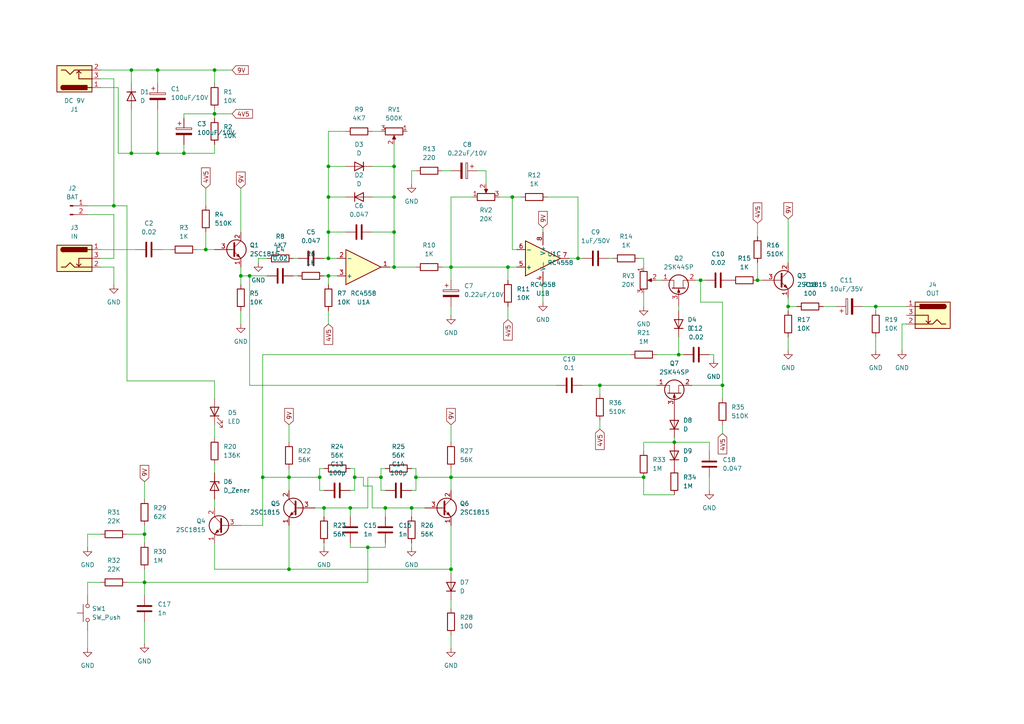
<source format=kicad_sch>
(kicad_sch (version 20230121) (generator eeschema)
  (paper "A4")
  (lib_symbols
    (symbol "Amplifier_Operational:RC4558" (pin_names (offset 0.127))
      (property "Reference" "U" (at 0 5.08 0))
      (property "Value" "RC4558" (at 0 -5.08 0))
      (symbol "RC4558_1_1"
        (polyline (pts (xy -5.08 5.08) (xy 5.08 0) (xy -5.08 -5.08) (xy -5.08 5.08)) (stroke (width 0.254)) (fill (type background)))
        (pin output line (at 7.62 0 180) (length 2.54) (name "~") (number "1"))
        (pin input line (at -7.62 -2.54 0) (length 2.54) (name "-") (number "2"))
        (pin input line (at -7.62 2.54 0) (length 2.54) (name "+") (number "3"))
      )
      (symbol "RC4558_2_1"
        (polyline (pts (xy -5.08 5.08) (xy 5.08 0) (xy -5.08 -5.08) (xy -5.08 5.08)) (stroke (width 0.254)) (fill (type background)))
        (pin input line (at -7.62 2.54 0) (length 2.54) (name "+") (number "5"))
        (pin input line (at -7.62 -2.54 0) (length 2.54) (name "-") (number "6"))
        (pin output line (at 7.62 0 180) (length 2.54) (name "~") (number "7"))
      )
      (symbol "RC4558_3_1"
        (pin power_in line (at -2.54 -7.62 90) (length 3.81) (name "V-") (number "4"))
        (pin power_in line (at -2.54 7.62 270) (length 3.81) (name "V+") (number "8"))
      )
    )
    (symbol "Connector:Barrel_Jack_Switch" (pin_names hide)
      (property "Reference" "J" (at 0 5.334 0))
      (property "Value" "Barrel_Jack_Switch" (at 0 -5.08 0))
      (symbol "Barrel_Jack_Switch_0_1"
        (rectangle (start -5.08 3.81) (end 5.08 -3.81) (stroke (width 0.254)) (fill (type background)))
        (arc (start -3.302 3.175) (mid -3.9343 2.54) (end -3.302 1.905) (stroke (width 0.254)))
        (arc (start -3.302 3.175) (mid -3.9343 2.54) (end -3.302 1.905) (stroke (width 0.254)) (fill (type outline)))
        (polyline (pts (xy 1.27 -2.286) (xy 1.905 -1.651)) (stroke (width 0.254)))
        (polyline (pts (xy 5.08 2.54) (xy 3.81 2.54)) (stroke (width 0.254)))
        (polyline (pts (xy 5.08 0) (xy 1.27 0) (xy 1.27 -2.286) (xy 0.635 -1.651)) (stroke (width 0.254)))
        (polyline (pts (xy -3.81 -2.54) (xy -2.54 -2.54) (xy -1.27 -1.27) (xy 0 -2.54) (xy 2.54 -2.54) (xy 5.08 -2.54)) (stroke (width 0.254)))
        (rectangle (start 3.683 3.175) (end -3.302 1.905) (stroke (width 0.254)) (fill (type outline)))
      )
      (symbol "Barrel_Jack_Switch_1_1"
        (pin passive line (at 7.62 2.54 180) (length 2.54) (name "~") (number "1"))
        (pin passive line (at 7.62 -2.54 180) (length 2.54) (name "~") (number "2"))
        (pin passive line (at 7.62 0 180) (length 2.54) (name "~") (number "3"))
      )
    )
    (symbol "Connector:Conn_01x02_Pin" (pin_names (offset 1.016) hide)
      (property "Reference" "J" (at 0 2.54 0))
      (property "Value" "Conn_01x02_Pin" (at 0 -5.08 0))
      (symbol "Conn_01x02_Pin_1_1"
        (polyline (pts (xy 1.27 -2.54) (xy 0.8636 -2.54)) (stroke (width 0.1524)))
        (polyline (pts (xy 1.27 0) (xy 0.8636 0)) (stroke (width 0.1524)))
        (rectangle (start 0.8636 -2.413) (end 0 -2.667) (stroke (width 0.1524)) (fill (type outline)))
        (rectangle (start 0.8636 0.127) (end 0 -0.127) (stroke (width 0.1524)) (fill (type outline)))
        (pin passive line (at 5.08 0 180) (length 3.81) (name "Pin_1") (number "1"))
        (pin passive line (at 5.08 -2.54 180) (length 3.81) (name "Pin_2") (number "2"))
      )
    )
    (symbol "Device:C" (pin_numbers hide) (pin_names (offset 0.254))
      (property "Reference" "C" (at 0.635 2.54 0))
      (property "Value" "C" (at 0.635 -2.54 0))
      (symbol "C_0_1"
        (polyline (pts (xy -2.032 -0.762) (xy 2.032 -0.762)) (stroke (width 0.508)))
        (polyline (pts (xy -2.032 0.762) (xy 2.032 0.762)) (stroke (width 0.508)))
      )
      (symbol "C_1_1"
        (pin passive line (at 0 3.81 270) (length 2.794) (name "~") (number "1"))
        (pin passive line (at 0 -3.81 90) (length 2.794) (name "~") (number "2"))
      )
    )
    (symbol "Device:C_Polarized" (pin_numbers hide) (pin_names (offset 0.254))
      (property "Reference" "C" (at 0.635 2.54 0))
      (property "Value" "C_Polarized" (at 0.635 -2.54 0))
      (symbol "C_Polarized_0_1"
        (rectangle (start -2.286 0.508) (end 2.286 1.016))
        (polyline (pts (xy -1.778 2.286) (xy -0.762 2.286)))
        (polyline (pts (xy -1.27 2.794) (xy -1.27 1.778)))
        (rectangle (start 2.286 -0.508) (end -2.286 -1.016) (fill (type outline)))
      )
      (symbol "C_Polarized_1_1"
        (pin passive line (at 0 3.81 270) (length 2.794) (name "~") (number "1"))
        (pin passive line (at 0 -3.81 90) (length 2.794) (name "~") (number "2"))
      )
    )
    (symbol "Device:D" (pin_numbers hide) (pin_names (offset 1.016) hide)
      (property "Reference" "D" (at 0 2.54 0))
      (property "Value" "D" (at 0 -2.54 0))
      (symbol "D_0_1"
        (polyline (pts (xy -1.27 1.27) (xy -1.27 -1.27)) (stroke (width 0.254)))
        (polyline (pts (xy 1.27 0) (xy -1.27 0)))
        (polyline (pts (xy 1.27 1.27) (xy 1.27 -1.27) (xy -1.27 0) (xy 1.27 1.27)) (stroke (width 0.254)))
      )
      (symbol "D_1_1"
        (pin passive line (at -3.81 0 0) (length 2.54) (name "K") (number "1"))
        (pin passive line (at 3.81 0 180) (length 2.54) (name "A") (number "2"))
      )
    )
    (symbol "Device:D_Zener" (pin_numbers hide) (pin_names (offset 1.016) hide)
      (property "Reference" "D" (at 0 2.54 0))
      (property "Value" "D_Zener" (at 0 -2.54 0))
      (symbol "D_Zener_0_1"
        (polyline (pts (xy 1.27 0) (xy -1.27 0)))
        (polyline (pts (xy -1.27 -1.27) (xy -1.27 1.27) (xy -0.762 1.27)) (stroke (width 0.254)))
        (polyline (pts (xy 1.27 -1.27) (xy 1.27 1.27) (xy -1.27 0) (xy 1.27 -1.27)) (stroke (width 0.254)))
      )
      (symbol "D_Zener_1_1"
        (pin passive line (at -3.81 0 0) (length 2.54) (name "K") (number "1"))
        (pin passive line (at 3.81 0 180) (length 2.54) (name "A") (number "2"))
      )
    )
    (symbol "Device:LED" (pin_numbers hide) (pin_names (offset 1.016) hide)
      (property "Reference" "D" (at 0 2.54 0))
      (property "Value" "LED" (at 0 -2.54 0))
      (symbol "LED_0_1"
        (polyline (pts (xy -1.27 -1.27) (xy -1.27 1.27)) (stroke (width 0.254)))
        (polyline (pts (xy -1.27 0) (xy 1.27 0)))
        (polyline (pts (xy 1.27 -1.27) (xy 1.27 1.27) (xy -1.27 0) (xy 1.27 -1.27)) (stroke (width 0.254)))
        (polyline (pts (xy -3.048 -0.762) (xy -4.572 -2.286) (xy -3.81 -2.286) (xy -4.572 -2.286) (xy -4.572 -1.524)))
        (polyline (pts (xy -1.778 -0.762) (xy -3.302 -2.286) (xy -2.54 -2.286) (xy -3.302 -2.286) (xy -3.302 -1.524)))
      )
      (symbol "LED_1_1"
        (pin passive line (at -3.81 0 0) (length 2.54) (name "K") (number "1"))
        (pin passive line (at 3.81 0 180) (length 2.54) (name "A") (number "2"))
      )
    )
    (symbol "Device:Q_NJFET_DSG" (pin_names (offset 0) hide)
      (property "Reference" "Q" (at 5.08 1.27 0))
      (property "Value" "Q_NJFET_DSG" (at 5.08 -1.27 0))
      (symbol "Q_NJFET_DSG_0_1"
        (polyline (pts (xy 0.254 1.905) (xy 0.254 -1.905) (xy 0.254 -1.905)) (stroke (width 0.254)))
        (polyline (pts (xy 2.54 -2.54) (xy 2.54 -1.27) (xy 0.254 -1.27)))
        (polyline (pts (xy 2.54 2.54) (xy 2.54 1.397) (xy 0.254 1.397)))
        (polyline (pts (xy 0 0) (xy -1.016 0.381) (xy -1.016 -0.381) (xy 0 0)) (fill (type outline)))
        (circle (center 1.27 0) (radius 2.8194) (stroke (width 0.254)))
      )
      (symbol "Q_NJFET_DSG_1_1"
        (pin passive line (at 2.54 5.08 270) (length 2.54) (name "D") (number "1"))
        (pin passive line (at 2.54 -5.08 90) (length 2.54) (name "S") (number "2"))
        (pin input line (at -5.08 0 0) (length 5.334) (name "G") (number "3"))
      )
    )
    (symbol "Device:R" (pin_numbers hide) (pin_names (offset 0))
      (property "Reference" "R" (at 2.032 0 90))
      (property "Value" "R" (at 0 0 90))
      (symbol "R_0_1"
        (rectangle (start -1.016 -2.54) (end 1.016 2.54) (stroke (width 0.254)))
      )
      (symbol "R_1_1"
        (pin passive line (at 0 3.81 270) (length 1.27) (name "~") (number "1"))
        (pin passive line (at 0 -3.81 90) (length 1.27) (name "~") (number "2"))
      )
    )
    (symbol "Device:R_Potentiometer" (pin_names (offset 1.016) hide)
      (property "Reference" "RV" (at -4.445 0 90))
      (property "Value" "R_Potentiometer" (at -2.54 0 90))
      (symbol "R_Potentiometer_0_1"
        (polyline (pts (xy 2.54 0) (xy 1.524 0)))
        (polyline (pts (xy 1.143 0) (xy 2.286 0.508) (xy 2.286 -0.508) (xy 1.143 0)) (fill (type outline)))
        (rectangle (start 1.016 2.54) (end -1.016 -2.54) (stroke (width 0.254)))
      )
      (symbol "R_Potentiometer_1_1"
        (pin passive line (at 0 3.81 270) (length 1.27) (name "1") (number "1"))
        (pin passive line (at 3.81 0 180) (length 1.27) (name "2") (number "2"))
        (pin passive line (at 0 -3.81 90) (length 1.27) (name "3") (number "3"))
      )
    )
    (symbol "Switch:SW_Push" (pin_numbers hide) (pin_names (offset 1.016) hide)
      (property "Reference" "SW" (at 1.27 2.54 0))
      (property "Value" "SW_Push" (at 0 -1.524 0))
      (symbol "SW_Push_0_1"
        (circle (center -2.032 0) (radius 0.508))
        (polyline (pts (xy 0 1.27) (xy 0 3.048)))
        (polyline (pts (xy 2.54 1.27) (xy -2.54 1.27)))
        (circle (center 2.032 0) (radius 0.508))
        (pin passive line (at -5.08 0 0) (length 2.54) (name "1") (number "1"))
        (pin passive line (at 5.08 0 180) (length 2.54) (name "2") (number "2"))
      )
    )
    (symbol "Transistor_BJT:2SC1815" (pin_names (offset 0) hide)
      (property "Reference" "Q" (at 5.08 1.905 0))
      (property "Value" "2SC1815" (at 5.08 0 0))
      (symbol "2SC1815_0_1"
        (polyline (pts (xy 0 0) (xy 0.508 0)))
        (polyline (pts (xy 0.635 0.635) (xy 2.54 2.54)))
        (polyline (pts (xy 0.635 -0.635) (xy 2.54 -2.54) (xy 2.54 -2.54)))
        (polyline (pts (xy 0.635 1.905) (xy 0.635 -1.905) (xy 0.635 -1.905)) (stroke (width 0.508)))
        (polyline (pts (xy 1.27 -1.778) (xy 1.778 -1.27) (xy 2.286 -2.286) (xy 1.27 -1.778) (xy 1.27 -1.778)) (fill (type outline)))
        (circle (center 1.27 0) (radius 2.8194) (stroke (width 0.254)))
      )
      (symbol "2SC1815_1_1"
        (pin passive line (at 2.54 -5.08 90) (length 2.54) (name "E") (number "1"))
        (pin passive line (at 2.54 5.08 270) (length 2.54) (name "C") (number "2"))
        (pin input line (at -5.08 0 0) (length 5.08) (name "B") (number "3"))
      )
    )
    (symbol "power:GND" (power) (pin_names (offset 0))
      (property "Value" "GND" (at 0 -3.81 0))
      (symbol "GND_0_1"
        (polyline (pts (xy 0 0) (xy 0 -1.27) (xy 1.27 -1.27) (xy 0 -2.54) (xy -1.27 -1.27) (xy 0 -1.27)))
      )
      (symbol "GND_1_1"
        (pin power_in line (at 0 0 270) (length 0) hide (name "GND") (number "1"))
      )
    )
  )
  (junction (at 59.69 72.39))
  (junction (at 173.99 111.76))
  (junction (at 53.34 44.45))
  (junction (at 219.71 81.28))
  (junction (at 38.1 44.45))
  (junction (at 130.81 77.47))
  (junction (at 62.23 33.02))
  (junction (at 62.23 20.32))
  (junction (at 196.85 102.87))
  (junction (at 83.82 138.43))
  (junction (at 209.55 111.76))
  (junction (at 203.2 81.28))
  (junction (at 148.59 57.15))
  (junction (at 33.02 59.69))
  (junction (at 41.91 168.91))
  (junction (at 130.81 138.43))
  (junction (at 110.49 138.43))
  (junction (at 92.71 138.43))
  (junction (at 111.76 147.32))
  (junction (at 195.58 128.27))
  (junction (at 93.98 147.32))
  (junction (at 147.32 77.47))
  (junction (at 41.91 154.94))
  (junction (at 114.3 67.31))
  (junction (at 120.65 138.43))
  (junction (at 83.82 165.1))
  (junction (at 101.6 147.32))
  (junction (at 95.25 57.15))
  (junction (at 114.3 77.47))
  (junction (at 69.85 80.01))
  (junction (at 95.25 67.31))
  (junction (at 254 88.9))
  (junction (at 130.81 165.1))
  (junction (at 95.25 80.01))
  (junction (at 38.1 20.32))
  (junction (at 76.2 138.43))
  (junction (at 167.64 74.93))
  (junction (at 45.72 44.45))
  (junction (at 228.6 88.9))
  (junction (at 186.69 138.43))
  (junction (at 45.72 20.32))
  (junction (at 95.25 48.26))
  (junction (at 114.3 48.26))
  (junction (at 95.25 74.93))
  (junction (at 106.68 158.75))
  (junction (at 102.87 138.43))
  (junction (at 119.38 147.32))
  (junction (at 72.39 80.01))
  (junction (at 114.3 57.15))
  (wire (pts (xy 128.27 49.53) (xy 130.81 49.53)))
  (wire (pts (xy 92.71 138.43) (xy 92.71 135.89)))
  (wire (pts (xy 101.6 157.48) (xy 101.6 158.75)))
  (wire (pts (xy 33.02 62.23) (xy 33.02 74.93)))
  (wire (pts (xy 209.55 111.76) (xy 209.55 115.57)))
  (wire (pts (xy 196.85 102.87) (xy 198.12 102.87)))
  (wire (pts (xy 105.41 138.43) (xy 102.87 138.43)))
  (wire (pts (xy 29.21 25.4) (xy 34.29 25.4)))
  (wire (pts (xy 93.98 142.24) (xy 92.71 142.24)))
  (wire (pts (xy 111.76 158.75) (xy 111.76 157.48)))
  (wire (pts (xy 69.85 54.61) (xy 69.85 67.31)))
  (wire (pts (xy 62.23 33.02) (xy 67.31 33.02)))
  (wire (pts (xy 62.23 20.32) (xy 67.31 20.32)))
  (wire (pts (xy 29.21 72.39) (xy 39.37 72.39)))
  (wire (pts (xy 45.72 24.13) (xy 45.72 20.32)))
  (wire (pts (xy 53.34 34.29) (xy 53.34 33.02)))
  (wire (pts (xy 209.55 87.63) (xy 203.2 87.63)))
  (wire (pts (xy 95.25 80.01) (xy 97.79 80.01)))
  (wire (pts (xy 107.95 48.26) (xy 114.3 48.26)))
  (wire (pts (xy 120.65 49.53) (xy 119.38 49.53)))
  (wire (pts (xy 219.71 81.28) (xy 220.98 81.28)))
  (wire (pts (xy 53.34 33.02) (xy 62.23 33.02)))
  (wire (pts (xy 148.59 57.15) (xy 148.59 72.39)))
  (wire (pts (xy 45.72 31.75) (xy 45.72 44.45)))
  (wire (pts (xy 228.6 88.9) (xy 228.6 90.17)))
  (wire (pts (xy 120.65 138.43) (xy 120.65 142.24)))
  (wire (pts (xy 25.4 154.94) (xy 25.4 158.75)))
  (wire (pts (xy 114.3 57.15) (xy 114.3 67.31)))
  (wire (pts (xy 100.33 48.26) (xy 95.25 48.26)))
  (wire (pts (xy 177.8 74.93) (xy 176.53 74.93)))
  (wire (pts (xy 59.69 72.39) (xy 62.23 72.39)))
  (wire (pts (xy 69.85 80.01) (xy 69.85 82.55)))
  (wire (pts (xy 119.38 147.32) (xy 111.76 147.32)))
  (wire (pts (xy 130.81 165.1) (xy 130.81 166.37)))
  (wire (pts (xy 41.91 154.94) (xy 41.91 152.4)))
  (wire (pts (xy 107.95 57.15) (xy 114.3 57.15)))
  (wire (pts (xy 119.38 157.48) (xy 119.38 158.75)))
  (wire (pts (xy 25.4 182.88) (xy 25.4 187.96)))
  (wire (pts (xy 123.19 147.32) (xy 119.38 147.32)))
  (wire (pts (xy 130.81 173.99) (xy 130.81 176.53)))
  (wire (pts (xy 119.38 49.53) (xy 119.38 53.34)))
  (wire (pts (xy 130.81 57.15) (xy 130.81 77.47)))
  (wire (pts (xy 114.3 48.26) (xy 114.3 57.15)))
  (wire (pts (xy 238.76 88.9) (xy 242.57 88.9)))
  (wire (pts (xy 147.32 88.9) (xy 147.32 92.71)))
  (wire (pts (xy 114.3 67.31) (xy 114.3 77.47)))
  (wire (pts (xy 91.44 147.32) (xy 93.98 147.32)))
  (wire (pts (xy 95.25 67.31) (xy 95.25 74.93)))
  (wire (pts (xy 62.23 44.45) (xy 53.34 44.45)))
  (wire (pts (xy 29.21 154.94) (xy 25.4 154.94)))
  (wire (pts (xy 219.71 76.2) (xy 219.71 81.28)))
  (wire (pts (xy 76.2 138.43) (xy 83.82 138.43)))
  (wire (pts (xy 110.49 142.24) (xy 110.49 138.43)))
  (wire (pts (xy 111.76 142.24) (xy 110.49 142.24)))
  (wire (pts (xy 130.81 152.4) (xy 130.81 165.1)))
  (wire (pts (xy 151.13 57.15) (xy 148.59 57.15)))
  (wire (pts (xy 72.39 111.76) (xy 72.39 80.01)))
  (wire (pts (xy 83.82 165.1) (xy 62.23 165.1)))
  (wire (pts (xy 254 88.9) (xy 250.19 88.9)))
  (wire (pts (xy 46.99 72.39) (xy 49.53 72.39)))
  (wire (pts (xy 254 88.9) (xy 262.89 88.9)))
  (wire (pts (xy 74.93 76.2) (xy 74.93 74.93)))
  (wire (pts (xy 186.69 143.51) (xy 186.69 138.43)))
  (wire (pts (xy 261.62 101.6) (xy 261.62 93.98)))
  (wire (pts (xy 100.33 57.15) (xy 95.25 57.15)))
  (wire (pts (xy 36.83 168.91) (xy 41.91 168.91)))
  (wire (pts (xy 130.81 77.47) (xy 130.81 81.28)))
  (wire (pts (xy 100.33 38.1) (xy 95.25 38.1)))
  (wire (pts (xy 95.25 90.17) (xy 95.25 93.98)))
  (wire (pts (xy 200.66 111.76) (xy 209.55 111.76)))
  (wire (pts (xy 95.25 38.1) (xy 95.25 48.26)))
  (wire (pts (xy 95.25 57.15) (xy 95.25 67.31)))
  (wire (pts (xy 25.4 168.91) (xy 25.4 172.72)))
  (wire (pts (xy 147.32 77.47) (xy 149.86 77.47)))
  (wire (pts (xy 168.91 74.93) (xy 167.64 74.93)))
  (wire (pts (xy 83.82 138.43) (xy 92.71 138.43)))
  (wire (pts (xy 69.85 90.17) (xy 69.85 93.98)))
  (wire (pts (xy 173.99 121.92) (xy 173.99 124.46)))
  (wire (pts (xy 38.1 20.32) (xy 38.1 24.13)))
  (wire (pts (xy 45.72 44.45) (xy 38.1 44.45)))
  (wire (pts (xy 182.88 102.87) (xy 76.2 102.87)))
  (wire (pts (xy 140.97 49.53) (xy 140.97 53.34)))
  (wire (pts (xy 41.91 180.34) (xy 41.91 186.69)))
  (wire (pts (xy 62.23 24.13) (xy 62.23 20.32)))
  (wire (pts (xy 111.76 147.32) (xy 111.76 149.86)))
  (wire (pts (xy 205.74 128.27) (xy 195.58 128.27)))
  (wire (pts (xy 62.23 134.62) (xy 62.23 137.16)))
  (wire (pts (xy 107.95 147.32) (xy 107.95 140.97)))
  (wire (pts (xy 76.2 138.43) (xy 76.2 152.4)))
  (wire (pts (xy 36.83 154.94) (xy 41.91 154.94)))
  (wire (pts (xy 106.68 158.75) (xy 111.76 158.75)))
  (wire (pts (xy 45.72 20.32) (xy 38.1 20.32)))
  (wire (pts (xy 107.95 67.31) (xy 114.3 67.31)))
  (wire (pts (xy 128.27 77.47) (xy 130.81 77.47)))
  (wire (pts (xy 130.81 135.89) (xy 130.81 138.43)))
  (wire (pts (xy 107.95 38.1) (xy 110.49 38.1)))
  (wire (pts (xy 254 90.17) (xy 254 88.9)))
  (wire (pts (xy 29.21 168.91) (xy 25.4 168.91)))
  (wire (pts (xy 254 97.79) (xy 254 101.6)))
  (wire (pts (xy 148.59 72.39) (xy 149.86 72.39)))
  (wire (pts (xy 76.2 152.4) (xy 69.85 152.4)))
  (wire (pts (xy 100.33 67.31) (xy 95.25 67.31)))
  (wire (pts (xy 207.01 102.87) (xy 205.74 102.87)))
  (wire (pts (xy 114.3 77.47) (xy 120.65 77.47)))
  (wire (pts (xy 228.6 86.36) (xy 228.6 88.9)))
  (wire (pts (xy 93.98 147.32) (xy 93.98 149.86)))
  (wire (pts (xy 53.34 41.91) (xy 53.34 44.45)))
  (wire (pts (xy 107.95 140.97) (xy 105.41 140.97)))
  (wire (pts (xy 93.98 157.48) (xy 93.98 158.75)))
  (wire (pts (xy 41.91 168.91) (xy 41.91 165.1)))
  (wire (pts (xy 138.43 49.53) (xy 140.97 49.53)))
  (wire (pts (xy 101.6 147.32) (xy 106.68 147.32)))
  (wire (pts (xy 144.78 57.15) (xy 148.59 57.15)))
  (wire (pts (xy 29.21 20.32) (xy 38.1 20.32)))
  (wire (pts (xy 41.91 168.91) (xy 41.91 172.72)))
  (wire (pts (xy 201.93 81.28) (xy 203.2 81.28)))
  (wire (pts (xy 33.02 82.55) (xy 33.02 77.47)))
  (wire (pts (xy 41.91 168.91) (xy 106.68 168.91)))
  (wire (pts (xy 111.76 147.32) (xy 107.95 147.32)))
  (wire (pts (xy 196.85 88.9) (xy 196.85 90.17)))
  (wire (pts (xy 207.01 104.14) (xy 207.01 102.87)))
  (wire (pts (xy 93.98 80.01) (xy 95.25 80.01)))
  (wire (pts (xy 101.6 135.89) (xy 102.87 135.89)))
  (wire (pts (xy 261.62 93.98) (xy 262.89 93.98)))
  (wire (pts (xy 186.69 77.47) (xy 186.69 74.93)))
  (wire (pts (xy 106.68 138.43) (xy 110.49 138.43)))
  (wire (pts (xy 62.23 41.91) (xy 62.23 44.45)))
  (wire (pts (xy 36.83 110.49) (xy 36.83 59.69)))
  (wire (pts (xy 95.25 74.93) (xy 97.79 74.93)))
  (wire (pts (xy 130.81 184.15) (xy 130.81 187.96)))
  (wire (pts (xy 62.23 110.49) (xy 36.83 110.49)))
  (wire (pts (xy 41.91 154.94) (xy 41.91 157.48)))
  (wire (pts (xy 95.25 80.01) (xy 95.25 82.55)))
  (wire (pts (xy 130.81 88.9) (xy 130.81 91.44)))
  (wire (pts (xy 130.81 123.19) (xy 130.81 128.27)))
  (wire (pts (xy 228.6 97.79) (xy 228.6 101.6)))
  (wire (pts (xy 41.91 139.7) (xy 41.91 144.78)))
  (wire (pts (xy 110.49 135.89) (xy 111.76 135.89)))
  (wire (pts (xy 93.98 147.32) (xy 101.6 147.32)))
  (wire (pts (xy 62.23 115.57) (xy 62.23 110.49)))
  (wire (pts (xy 195.58 143.51) (xy 186.69 143.51)))
  (wire (pts (xy 106.68 168.91) (xy 106.68 158.75)))
  (wire (pts (xy 120.65 138.43) (xy 130.81 138.43)))
  (wire (pts (xy 114.3 77.47) (xy 113.03 77.47)))
  (wire (pts (xy 95.25 48.26) (xy 95.25 57.15)))
  (wire (pts (xy 158.75 57.15) (xy 167.64 57.15)))
  (wire (pts (xy 228.6 88.9) (xy 231.14 88.9)))
  (wire (pts (xy 53.34 44.45) (xy 45.72 44.45)))
  (wire (pts (xy 33.02 74.93) (xy 29.21 74.93)))
  (wire (pts (xy 101.6 147.32) (xy 101.6 149.86)))
  (wire (pts (xy 186.69 130.81) (xy 186.69 128.27)))
  (wire (pts (xy 110.49 138.43) (xy 110.49 135.89)))
  (wire (pts (xy 59.69 72.39) (xy 57.15 72.39)))
  (wire (pts (xy 38.1 44.45) (xy 38.1 31.75)))
  (wire (pts (xy 85.09 74.93) (xy 86.36 74.93)))
  (wire (pts (xy 157.48 87.63) (xy 157.48 82.55)))
  (wire (pts (xy 86.36 80.01) (xy 85.09 80.01)))
  (wire (pts (xy 205.74 130.81) (xy 205.74 128.27)))
  (wire (pts (xy 120.65 135.89) (xy 120.65 138.43)))
  (wire (pts (xy 62.23 144.78) (xy 62.23 147.32)))
  (wire (pts (xy 34.29 44.45) (xy 38.1 44.45)))
  (wire (pts (xy 36.83 59.69) (xy 33.02 59.69)))
  (wire (pts (xy 120.65 142.24) (xy 119.38 142.24)))
  (wire (pts (xy 102.87 138.43) (xy 102.87 142.24)))
  (wire (pts (xy 33.02 59.69) (xy 25.4 59.69)))
  (wire (pts (xy 190.5 102.87) (xy 196.85 102.87)))
  (wire (pts (xy 157.48 66.04) (xy 157.48 67.31)))
  (wire (pts (xy 130.81 165.1) (xy 83.82 165.1)))
  (wire (pts (xy 69.85 77.47) (xy 69.85 80.01)))
  (wire (pts (xy 195.58 127) (xy 195.58 128.27)))
  (wire (pts (xy 83.82 135.89) (xy 83.82 138.43)))
  (wire (pts (xy 147.32 77.47) (xy 147.32 81.28)))
  (wire (pts (xy 219.71 64.77) (xy 219.71 68.58)))
  (wire (pts (xy 205.74 138.43) (xy 205.74 142.24)))
  (wire (pts (xy 62.23 31.75) (xy 62.23 33.02)))
  (wire (pts (xy 105.41 140.97) (xy 105.41 138.43)))
  (wire (pts (xy 196.85 102.87) (xy 196.85 97.79)))
  (wire (pts (xy 76.2 102.87) (xy 76.2 138.43)))
  (wire (pts (xy 62.23 33.02) (xy 62.23 34.29)))
  (wire (pts (xy 25.4 62.23) (xy 33.02 62.23)))
  (wire (pts (xy 33.02 22.86) (xy 33.02 59.69)))
  (wire (pts (xy 209.55 111.76) (xy 209.55 87.63)))
  (wire (pts (xy 83.82 123.19) (xy 83.82 128.27)))
  (wire (pts (xy 59.69 54.61) (xy 59.69 59.69)))
  (wire (pts (xy 72.39 80.01) (xy 77.47 80.01)))
  (wire (pts (xy 209.55 123.19) (xy 209.55 125.73)))
  (wire (pts (xy 186.69 74.93) (xy 185.42 74.93)))
  (wire (pts (xy 137.16 57.15) (xy 130.81 57.15)))
  (wire (pts (xy 34.29 25.4) (xy 34.29 44.45)))
  (wire (pts (xy 69.85 80.01) (xy 72.39 80.01)))
  (wire (pts (xy 62.23 165.1) (xy 62.23 157.48)))
  (wire (pts (xy 92.71 135.89) (xy 93.98 135.89)))
  (wire (pts (xy 102.87 135.89) (xy 102.87 138.43)))
  (wire (pts (xy 74.93 74.93) (xy 77.47 74.93)))
  (wire (pts (xy 130.81 77.47) (xy 147.32 77.47)))
  (wire (pts (xy 173.99 111.76) (xy 173.99 114.3)))
  (wire (pts (xy 62.23 20.32) (xy 45.72 20.32)))
  (wire (pts (xy 168.91 111.76) (xy 173.99 111.76)))
  (wire (pts (xy 186.69 128.27) (xy 195.58 128.27)))
  (wire (pts (xy 167.64 57.15) (xy 167.64 74.93)))
  (wire (pts (xy 119.38 147.32) (xy 119.38 149.86)))
  (wire (pts (xy 173.99 111.76) (xy 190.5 111.76)))
  (wire (pts (xy 203.2 87.63) (xy 203.2 81.28)))
  (wire (pts (xy 130.81 138.43) (xy 186.69 138.43)))
  (wire (pts (xy 114.3 41.91) (xy 114.3 48.26)))
  (wire (pts (xy 130.81 138.43) (xy 130.81 142.24)))
  (wire (pts (xy 106.68 147.32) (xy 106.68 138.43)))
  (wire (pts (xy 101.6 158.75) (xy 106.68 158.75)))
  (wire (pts (xy 93.98 74.93) (xy 95.25 74.93)))
  (wire (pts (xy 228.6 63.5) (xy 228.6 76.2)))
  (wire (pts (xy 190.5 81.28) (xy 191.77 81.28)))
  (wire (pts (xy 33.02 77.47) (xy 29.21 77.47)))
  (wire (pts (xy 102.87 142.24) (xy 101.6 142.24)))
  (wire (pts (xy 59.69 67.31) (xy 59.69 72.39)))
  (wire (pts (xy 83.82 152.4) (xy 83.82 165.1)))
  (wire (pts (xy 83.82 138.43) (xy 83.82 142.24)))
  (wire (pts (xy 92.71 142.24) (xy 92.71 138.43)))
  (wire (pts (xy 62.23 123.19) (xy 62.23 127)))
  (wire (pts (xy 29.21 22.86) (xy 33.02 22.86)))
  (wire (pts (xy 161.29 111.76) (xy 72.39 111.76)))
  (wire (pts (xy 119.38 135.89) (xy 120.65 135.89)))
  (wire (pts (xy 167.64 74.93) (xy 165.1 74.93)))
  (wire (pts (xy 203.2 81.28) (xy 204.47 81.28)))
  (wire (pts (xy 186.69 85.09) (xy 186.69 88.9)))
  (global_label "4V5" (shape input) (at 67.31 33.02 0) (property "Intersheetrefs" "${INTERSHEET_REFS}" (effects hide)))
  (global_label "4V5" (shape input) (at 209.55 125.73 270) (property "Intersheetrefs" "${INTERSHEET_REFS}" (effects hide)))
  (global_label "4V5" (shape input) (at 147.32 92.71 270) (property "Intersheetrefs" "${INTERSHEET_REFS}" (effects hide)))
  (global_label "9V" (shape input) (at 157.48 66.04 90) (property "Intersheetrefs" "${INTERSHEET_REFS}" (effects hide)))
  (global_label "9V" (shape input) (at 67.31 20.32 0) (property "Intersheetrefs" "${INTERSHEET_REFS}" (effects hide)))
  (global_label "9V" (shape input) (at 130.81 123.19 90) (property "Intersheetrefs" "${INTERSHEET_REFS}" (effects hide)))
  (global_label "9V" (shape input) (at 83.82 123.19 90) (property "Intersheetrefs" "${INTERSHEET_REFS}" (effects hide)))
  (global_label "4V5" (shape input) (at 219.71 64.77 90) (property "Intersheetrefs" "${INTERSHEET_REFS}" (effects hide)))
  (global_label "4V5" (shape input) (at 173.99 124.46 270) (property "Intersheetrefs" "${INTERSHEET_REFS}" (effects hide)))
  (global_label "9V" (shape input) (at 69.85 54.61 90) (property "Intersheetrefs" "${INTERSHEET_REFS}" (effects hide)))
  (global_label "4V5" (shape input) (at 95.25 93.98 270) (property "Intersheetrefs" "${INTERSHEET_REFS}" (effects hide)))
  (global_label "4V5" (shape input) (at 59.69 54.61 90) (property "Intersheetrefs" "${INTERSHEET_REFS}" (effects hide)))
  (global_label "9V" (shape input) (at 228.6 63.5 90) (property "Intersheetrefs" "${INTERSHEET_REFS}" (effects hide)))
  (global_label "9V" (shape input) (at 41.91 139.7 90) (property "Intersheetrefs" "${INTERSHEET_REFS}" (effects hide)))
  (symbol (lib_id "Device:C") (at 165.1 111.76 90) (unit 1)
    (property "Reference" "C19" (at 165.1 104.14 90))
    (property "Value" "0.1" (at 165.1 106.68 90))
    (property "Footprint" "Capacitor_THT:C_Disc_D4.3mm_W1.9mm_P5.00mm" (effects hide))
  )
  (symbol (lib_id "Device:R") (at 195.58 139.7 180) (unit 1)
    (property "Reference" "R34" (at 198.12 138.43 0) (effects (justify right)))
    (property "Value" "1M" (at 198.12 140.97 0) (effects (justify right)))
    (property "Footprint" "Resistor_THT:R_Axial_DIN0207_L6.3mm_D2.5mm_P7.62mm_Horizontal" (effects hide))
  )
  (symbol (lib_id "Device:C_Polarized") (at 53.34 38.1 0) (unit 1)
    (property "Reference" "C3" (at 57.15 35.941 0) (effects (justify left)))
    (property "Value" "100uF/10V" (at 57.15 38.481 0) (effects (justify left)))
    (property "Footprint" "Capacitor_THT:CP_Radial_D5.0mm_P2.50mm" (effects hide))
  )
  (symbol (lib_id "Connector:Barrel_Jack_Switch") (at 21.59 22.86 0) (mirror x) (unit 1)
    (property "Reference" "J1" (at 21.59 31.75 0))
    (property "Value" "DC 9V" (at 21.59 29.21 0))
    (property "Footprint" "Connector_BarrelJack:BarrelJack_Wuerth_6941xx301002" (effects hide))
  )
  (symbol (lib_id "Device:R") (at 62.23 130.81 180) (unit 1)
    (property "Reference" "R20" (at 64.77 129.54 0) (effects (justify right)))
    (property "Value" "136K" (at 64.77 132.08 0) (effects (justify right)))
    (property "Footprint" "Resistor_THT:R_Axial_DIN0207_L6.3mm_D2.5mm_P7.62mm_Horizontal" (effects hide))
  )
  (symbol (lib_id "power:GND") (at 119.38 158.75 0) (unit 1)
    (property "Reference" "#PWR013" (effects hide))
    (property "Value" "GND" (at 119.38 163.83 0))
  )
  (symbol (lib_id "Device:D") (at 38.1 27.94 270) (unit 1)
    (property "Reference" "D1" (at 40.64 26.67 90) (effects (justify left)))
    (property "Value" "D" (at 40.64 29.21 90) (effects (justify left)))
    (property "Footprint" "Diode_THT:D_A-405_P7.62mm_Horizontal" (effects hide))
    (property "Sim.Device" "D" (effects hide))
    (property "Sim.Pins" "1=K 2=A" (effects hide))
  )
  (symbol (lib_id "Device:C") (at 111.76 153.67 180) (unit 1)
    (property "Reference" "C16" (at 115.57 152.4 0) (effects (justify right)))
    (property "Value" "1n" (at 115.57 154.94 0) (effects (justify right)))
    (property "Footprint" "Capacitor_THT:C_Disc_D4.3mm_W1.9mm_P5.00mm" (effects hide))
  )
  (symbol (lib_id "Device:R") (at 69.85 86.36 180) (unit 1)
    (property "Reference" "R5" (at 72.39 85.09 0) (effects (justify right)))
    (property "Value" "10K" (at 72.39 87.63 0) (effects (justify right)))
    (property "Footprint" "Resistor_THT:R_Axial_DIN0207_L6.3mm_D2.5mm_P7.62mm_Horizontal" (effects hide))
  )
  (symbol (lib_id "Device:R") (at 234.95 88.9 90) (unit 1)
    (property "Reference" "R18" (at 234.95 82.55 90))
    (property "Value" "100" (at 234.95 85.09 90))
    (property "Footprint" "Resistor_THT:R_Axial_DIN0207_L6.3mm_D2.5mm_P7.62mm_Horizontal" (effects hide))
  )
  (symbol (lib_id "Transistor_BJT:2SC1815") (at 67.31 72.39 0) (unit 1)
    (property "Reference" "Q1" (at 72.39 71.12 0) (effects (justify left)))
    (property "Value" "2SC1815" (at 72.39 73.66 0) (effects (justify left)))
    (property "Footprint" "Package_TO_SOT_THT:TO-92_Inline" (effects hide))
    (property "Datasheet" "https://media.digikey.com/pdf/Data%20Sheets/Toshiba%20PDFs/2SC1815.pdf" (effects hide))
  )
  (symbol (lib_id "power:GND") (at 205.74 142.24 0) (unit 1)
    (property "Reference" "#PWR018" (effects hide))
    (property "Value" "GND" (at 205.74 147.32 0))
  )
  (symbol (lib_id "Connector:Conn_01x02_Pin") (at 20.32 59.69 0) (unit 1)
    (property "Reference" "J2" (at 20.955 54.61 0))
    (property "Value" "BAT" (at 20.955 57.15 0))
    (property "Footprint" "Connector_PinHeader_2.54mm:PinHeader_1x02_P2.54mm_Vertical" (effects hide))
  )
  (symbol (lib_id "Device:R") (at 33.02 154.94 270) (unit 1)
    (property "Reference" "R31" (at 33.02 148.59 90))
    (property "Value" "22K" (at 33.02 151.13 90))
    (property "Footprint" "Resistor_THT:R_Axial_DIN0207_L6.3mm_D2.5mm_P7.62mm_Horizontal" (effects hide))
  )
  (symbol (lib_id "power:GND") (at 69.85 93.98 0) (unit 1)
    (property "Reference" "#PWR02" (effects hide))
    (property "Value" "GND" (at 69.85 99.06 0))
  )
  (symbol (lib_id "Device:Q_NJFET_DSG") (at 196.85 83.82 90) (unit 1)
    (property "Reference" "Q2" (at 196.85 74.93 90))
    (property "Value" "2SK44SP" (at 196.85 77.47 90))
    (property "Footprint" "Package_TO_SOT_THT:TO-92L_Inline" (effects hide))
  )
  (symbol (lib_id "Device:R") (at 41.91 148.59 180) (unit 1)
    (property "Reference" "R29" (at 44.45 147.32 0) (effects (justify right)))
    (property "Value" "62K" (at 44.45 149.86 0) (effects (justify right)))
    (property "Footprint" "Resistor_THT:R_Axial_DIN0207_L6.3mm_D2.5mm_P7.62mm_Horizontal" (effects hide))
  )
  (symbol (lib_id "Device:R") (at 154.94 57.15 90) (unit 1)
    (property "Reference" "R12" (at 154.94 50.8 90))
    (property "Value" "1K" (at 154.94 53.34 90))
    (property "Footprint" "Resistor_THT:R_Axial_DIN0207_L6.3mm_D2.5mm_P7.62mm_Horizontal" (effects hide))
  )
  (symbol (lib_id "Device:C") (at 81.28 80.01 90) (unit 1)
    (property "Reference" "C4" (at 81.28 72.39 90))
    (property "Value" "0.02" (at 81.28 74.93 90))
    (property "Footprint" "Capacitor_THT:C_Disc_D4.3mm_W1.9mm_P5.00mm" (effects hide))
  )
  (symbol (lib_id "Device:C_Polarized") (at 134.62 49.53 270) (unit 1)
    (property "Reference" "C8" (at 135.509 41.91 90))
    (property "Value" "0.22uF/10V" (at 135.509 44.45 90))
    (property "Footprint" "Capacitor_THT:CP_Radial_D5.0mm_P2.50mm" (effects hide))
  )
  (symbol (lib_id "Device:R") (at 41.91 161.29 180) (unit 1)
    (property "Reference" "R30" (at 44.45 160.02 0) (effects (justify right)))
    (property "Value" "1M" (at 44.45 162.56 0) (effects (justify right)))
    (property "Footprint" "Resistor_THT:R_Axial_DIN0207_L6.3mm_D2.5mm_P7.62mm_Horizontal" (effects hide))
  )
  (symbol (lib_id "power:GND") (at 25.4 158.75 0) (unit 1)
    (property "Reference" "#PWR017" (effects hide))
    (property "Value" "GND" (at 25.4 163.83 0))
  )
  (symbol (lib_id "Transistor_BJT:2SC1815") (at 64.77 152.4 0) (mirror y) (unit 1)
    (property "Reference" "Q4" (at 59.69 151.13 0) (effects (justify left)))
    (property "Value" "2SC1815" (at 59.69 153.67 0) (effects (justify left)))
    (property "Footprint" "Package_TO_SOT_THT:TO-92_Inline" (effects hide))
    (property "Datasheet" "https://media.digikey.com/pdf/Data%20Sheets/Toshiba%20PDFs/2SC1815.pdf" (effects hide))
  )
  (symbol (lib_id "Device:R") (at 53.34 72.39 90) (unit 1)
    (property "Reference" "R3" (at 53.34 66.04 90))
    (property "Value" "1K" (at 53.34 68.58 90))
    (property "Footprint" "Resistor_THT:R_Axial_DIN0207_L6.3mm_D2.5mm_P7.62mm_Horizontal" (effects hide))
  )
  (symbol (lib_id "Device:C") (at 172.72 74.93 90) (unit 1)
    (property "Reference" "C9" (at 172.72 67.31 90))
    (property "Value" "1uF/50V" (at 172.72 69.85 90))
    (property "Footprint" "Capacitor_THT:C_Disc_D4.3mm_W1.9mm_P5.00mm" (effects hide))
  )
  (symbol (lib_id "Device:R") (at 209.55 119.38 180) (unit 1)
    (property "Reference" "R35" (at 212.09 118.11 0) (effects (justify right)))
    (property "Value" "510K" (at 212.09 120.65 0) (effects (justify right)))
    (property "Footprint" "Resistor_THT:R_Axial_DIN0207_L6.3mm_D2.5mm_P7.62mm_Horizontal" (effects hide))
  )
  (symbol (lib_id "Device:D") (at 195.58 132.08 90) (unit 1)
    (property "Reference" "D9" (at 198.12 130.81 90) (effects (justify right)))
    (property "Value" "D" (at 198.12 133.35 90) (effects (justify right)))
    (property "Footprint" "Diode_THT:D_A-405_P7.62mm_Horizontal" (effects hide))
    (property "Sim.Device" "D" (effects hide))
    (property "Sim.Pins" "1=K 2=A" (effects hide))
  )
  (symbol (lib_id "Device:LED") (at 62.23 119.38 90) (unit 1)
    (property "Reference" "D5" (at 66.04 119.6975 90) (effects (justify right)))
    (property "Value" "LED" (at 66.04 122.2375 90) (effects (justify right)))
    (property "Footprint" "LED_THT:LED_D3.0mm" (effects hide))
  )
  (symbol (lib_id "Device:D") (at 196.85 93.98 90) (unit 1)
    (property "Reference" "D4" (at 199.39 92.71 90) (effects (justify right)))
    (property "Value" "D" (at 199.39 95.25 90) (effects (justify right)))
    (property "Footprint" "Diode_THT:D_A-405_P7.62mm_Horizontal" (effects hide))
    (property "Sim.Device" "D" (effects hide))
    (property "Sim.Pins" "1=K 2=A" (effects hide))
  )
  (symbol (lib_id "Device:R") (at 33.02 168.91 270) (unit 1)
    (property "Reference" "R32" (at 33.02 162.56 90))
    (property "Value" "22K" (at 33.02 165.1 90))
    (property "Footprint" "Resistor_THT:R_Axial_DIN0207_L6.3mm_D2.5mm_P7.62mm_Horizontal" (effects hide))
  )
  (symbol (lib_id "power:GND") (at 74.93 76.2 0) (unit 1)
    (property "Reference" "#PWR03" (effects hide))
    (property "Value" "GND" (at 74.93 81.28 0))
  )
  (symbol (lib_id "Device:C") (at 43.18 72.39 90) (unit 1)
    (property "Reference" "C2" (at 43.18 64.77 90))
    (property "Value" "0.02" (at 43.18 67.31 90))
    (property "Footprint" "Capacitor_THT:C_Disc_D4.3mm_W1.9mm_P5.00mm" (effects hide))
  )
  (symbol (lib_id "Device:R") (at 83.82 132.08 180) (unit 1)
    (property "Reference" "R22" (at 86.36 130.81 0) (effects (justify right)))
    (property "Value" "56K" (at 86.36 133.35 0) (effects (justify right)))
    (property "Footprint" "Resistor_THT:R_Axial_DIN0207_L6.3mm_D2.5mm_P7.62mm_Horizontal" (effects hide))
  )
  (symbol (lib_id "Device:C_Polarized") (at 246.38 88.9 90) (unit 1)
    (property "Reference" "C11" (at 245.491 81.28 90))
    (property "Value" "10uF/35V" (at 245.491 83.82 90))
    (property "Footprint" "Capacitor_THT:CP_Radial_D5.0mm_P2.50mm" (effects hide))
  )
  (symbol (lib_id "Device:R") (at 219.71 72.39 180) (unit 1)
    (property "Reference" "R16" (at 222.25 71.12 0) (effects (justify right)))
    (property "Value" "510K" (at 222.25 73.66 0) (effects (justify right)))
    (property "Footprint" "Resistor_THT:R_Axial_DIN0207_L6.3mm_D2.5mm_P7.62mm_Horizontal" (effects hide))
  )
  (symbol (lib_id "Device:R") (at 115.57 135.89 270) (unit 1)
    (property "Reference" "R25" (at 115.57 129.54 90))
    (property "Value" "56K" (at 115.57 132.08 90))
    (property "Footprint" "Resistor_THT:R_Axial_DIN0207_L6.3mm_D2.5mm_P7.62mm_Horizontal" (effects hide))
  )
  (symbol (lib_id "Device:C") (at 41.91 176.53 180) (unit 1)
    (property "Reference" "C17" (at 45.72 175.26 0) (effects (justify right)))
    (property "Value" "1n" (at 45.72 177.8 0) (effects (justify right)))
    (property "Footprint" "Capacitor_THT:C_Disc_D4.3mm_W1.9mm_P5.00mm" (effects hide))
  )
  (symbol (lib_id "Device:R") (at 95.25 86.36 180) (unit 1)
    (property "Reference" "R7" (at 97.79 85.09 0) (effects (justify right)))
    (property "Value" "10K" (at 97.79 87.63 0) (effects (justify right)))
    (property "Footprint" "Resistor_THT:R_Axial_DIN0207_L6.3mm_D2.5mm_P7.62mm_Horizontal" (effects hide))
  )
  (symbol (lib_id "power:GND") (at 93.98 158.75 0) (unit 1)
    (property "Reference" "#PWR012" (effects hide))
    (property "Value" "GND" (at 93.98 163.83 0))
  )
  (symbol (lib_id "Device:R") (at 215.9 81.28 90) (unit 1)
    (property "Reference" "R15" (at 215.9 74.93 90))
    (property "Value" "1K" (at 215.9 77.47 90))
    (property "Footprint" "Resistor_THT:R_Axial_DIN0207_L6.3mm_D2.5mm_P7.62mm_Horizontal" (effects hide))
  )
  (symbol (lib_id "Connector:Barrel_Jack_Switch") (at 270.51 91.44 0) (mirror y) (unit 1)
    (property "Reference" "J4" (at 270.51 82.55 0))
    (property "Value" "OUT" (at 270.51 85.09 0))
    (property "Footprint" "Connector_PinHeader_2.54mm:PinHeader_1x03_P2.54mm_Vertical" (effects hide))
  )
  (symbol (lib_id "power:GND") (at 157.48 87.63 0) (unit 1)
    (property "Reference" "#PWR06" (effects hide))
    (property "Value" "GND" (at 157.48 92.71 0))
  )
  (symbol (lib_id "power:GND") (at 25.4 187.96 0) (unit 1)
    (property "Reference" "#PWR016" (effects hide))
    (property "Value" "GND" (at 25.4 193.04 0))
  )
  (symbol (lib_id "Device:R") (at 90.17 80.01 90) (unit 1)
    (property "Reference" "R6" (at 90.17 73.66 90))
    (property "Value" "1K" (at 90.17 76.2 90))
    (property "Footprint" "Resistor_THT:R_Axial_DIN0207_L6.3mm_D2.5mm_P7.62mm_Horizontal" (effects hide))
  )
  (symbol (lib_id "Device:R") (at 186.69 102.87 90) (unit 1)
    (property "Reference" "R21" (at 186.69 96.52 90))
    (property "Value" "1M" (at 186.69 99.06 90))
    (property "Footprint" "Resistor_THT:R_Axial_DIN0207_L6.3mm_D2.5mm_P7.62mm_Horizontal" (effects hide))
  )
  (symbol (lib_id "Device:C") (at 115.57 142.24 90) (unit 1)
    (property "Reference" "C14" (at 115.57 134.62 90))
    (property "Value" "100p" (at 115.57 137.16 90))
    (property "Footprint" "Capacitor_THT:C_Disc_D4.3mm_W1.9mm_P5.00mm" (effects hide))
  )
  (symbol (lib_id "Device:R_Potentiometer") (at 186.69 81.28 0) (unit 1)
    (property "Reference" "RV3" (at 184.15 80.01 0) (effects (justify right)))
    (property "Value" "20K" (at 184.15 82.55 0) (effects (justify right)))
    (property "Footprint" "Connector_PinHeader_2.54mm:PinHeader_1x03_P2.54mm_Vertical" (effects hide))
  )
  (symbol (lib_id "Device:R") (at 130.81 180.34 180) (unit 1)
    (property "Reference" "R28" (at 133.35 179.07 0) (effects (justify right)))
    (property "Value" "100" (at 133.35 181.61 0) (effects (justify right)))
    (property "Footprint" "Resistor_THT:R_Axial_DIN0207_L6.3mm_D2.5mm_P7.62mm_Horizontal" (effects hide))
  )
  (symbol (lib_id "power:GND") (at 130.81 187.96 0) (unit 1)
    (property "Reference" "#PWR014" (effects hide))
    (property "Value" "GND" (at 130.81 193.04 0))
  )
  (symbol (lib_id "Device:R") (at 62.23 27.94 0) (unit 1)
    (property "Reference" "R1" (at 64.77 26.67 0) (effects (justify left)))
    (property "Value" "10K" (at 64.77 29.21 0) (effects (justify left)))
    (property "Footprint" "Resistor_THT:R_Axial_DIN0207_L6.3mm_D2.5mm_P7.62mm_Horizontal" (effects hide))
  )
  (symbol (lib_id "Switch:SW_Push") (at 25.4 177.8 90) (unit 1)
    (property "Reference" "SW1" (at 26.67 176.53 90) (effects (justify right)))
    (property "Value" "SW_Push" (at 26.67 179.07 90) (effects (justify right)))
    (property "Footprint" "Connector_PinHeader_2.54mm:PinHeader_1x02_P2.54mm_Vertical" (effects hide))
  )
  (symbol (lib_id "Device:R") (at 62.23 38.1 0) (unit 1)
    (property "Reference" "R2" (at 64.77 36.83 0) (effects (justify left)))
    (property "Value" "10K" (at 64.77 39.37 0) (effects (justify left)))
    (property "Footprint" "Resistor_THT:R_Axial_DIN0207_L6.3mm_D2.5mm_P7.62mm_Horizontal" (effects hide))
  )
  (symbol (lib_id "Device:R") (at 59.69 63.5 180) (unit 1)
    (property "Reference" "R4" (at 62.23 62.23 0) (effects (justify right)))
    (property "Value" "510K" (at 62.23 64.77 0) (effects (justify right)))
    (property "Footprint" "Resistor_THT:R_Axial_DIN0207_L6.3mm_D2.5mm_P7.62mm_Horizontal" (effects hide))
  )
  (symbol (lib_id "Device:C") (at 97.79 142.24 90) (unit 1)
    (property "Reference" "C13" (at 97.79 134.62 90))
    (property "Value" "100p" (at 97.79 137.16 90))
    (property "Footprint" "Capacitor_THT:C_Disc_D4.3mm_W1.9mm_P5.00mm" (effects hide))
  )
  (symbol (lib_id "Connector:Barrel_Jack_Switch") (at 21.59 74.93 0) (unit 1)
    (property "Reference" "J3" (at 21.59 66.04 0))
    (property "Value" "IN" (at 21.59 68.58 0))
    (property "Footprint" "Connector_PinHeader_2.54mm:PinHeader_1x03_P2.54mm_Vertical" (effects hide))
  )
  (symbol (lib_id "Device:D_Zener") (at 62.23 140.97 270) (unit 1)
    (property "Reference" "D6" (at 64.77 139.7 90) (effects (justify left)))
    (property "Value" "D_Zener" (at 64.77 142.24 90) (effects (justify left)))
    (property "Footprint" "Diode_THT:D_DO-35_SOD27_P7.62mm_Horizontal" (effects hide))
  )
  (symbol (lib_id "Device:R") (at 173.99 118.11 180) (unit 1)
    (property "Reference" "R36" (at 176.53 116.84 0) (effects (justify right)))
    (property "Value" "510K" (at 176.53 119.38 0) (effects (justify right)))
    (property "Footprint" "Resistor_THT:R_Axial_DIN0207_L6.3mm_D2.5mm_P7.62mm_Horizontal" (effects hide))
  )
  (symbol (lib_id "Device:R") (at 186.69 134.62 180) (unit 1)
    (property "Reference" "R33" (at 189.23 133.35 0) (effects (justify right)))
    (property "Value" "1M" (at 189.23 135.89 0) (effects (justify right)))
    (property "Footprint" "Resistor_THT:R_Axial_DIN0207_L6.3mm_D2.5mm_P7.62mm_Horizontal" (effects hide))
  )
  (symbol (lib_id "Device:R_Potentiometer") (at 114.3 38.1 270) (unit 1)
    (property "Reference" "RV1" (at 114.3 31.75 90))
    (property "Value" "500K" (at 114.3 34.29 90))
    (property "Footprint" "Connector_PinHeader_2.54mm:PinHeader_1x03_P2.54mm_Vertical" (effects hide))
  )
  (symbol (lib_id "Device:Q_NJFET_DSG") (at 195.58 114.3 90) (unit 1)
    (property "Reference" "Q7" (at 195.58 105.41 90))
    (property "Value" "2SK44SP" (at 195.58 107.95 90))
    (property "Footprint" "Package_TO_SOT_THT:TO-92L_Inline" (effects hide))
  )
  (symbol (lib_id "Device:R") (at 181.61 74.93 90) (unit 1)
    (property "Reference" "R14" (at 181.61 68.58 90))
    (property "Value" "1K" (at 181.61 71.12 90))
    (property "Footprint" "Resistor_THT:R_Axial_DIN0207_L6.3mm_D2.5mm_P7.62mm_Horizontal" (effects hide))
  )
  (symbol (lib_id "Device:D") (at 104.14 57.15 0) (unit 1)
    (property "Reference" "D2" (at 104.14 50.8 0))
    (property "Value" "D" (at 104.14 53.34 0))
    (property "Footprint" "Diode_THT:D_A-405_P7.62mm_Horizontal" (effects hide))
    (property "Sim.Device" "D" (effects hide))
    (property "Sim.Pins" "1=K 2=A" (effects hide))
  )
  (symbol (lib_id "Device:R") (at 81.28 74.93 90) (unit 1)
    (property "Reference" "R8" (at 81.28 68.58 90))
    (property "Value" "4K7" (at 81.28 71.12 90))
    (property "Footprint" "Resistor_THT:R_Axial_DIN0207_L6.3mm_D2.5mm_P7.62mm_Horizontal" (effects hide))
  )
  (symbol (lib_id "power:GND") (at 130.81 91.44 0) (unit 1)
    (property "Reference" "#PWR04" (effects hide))
    (property "Value" "GND" (at 130.81 96.52 0))
  )
  (symbol (lib_id "Device:C") (at 104.14 67.31 90) (unit 1)
    (property "Reference" "C6" (at 104.14 59.69 90))
    (property "Value" "0.047" (at 104.14 62.23 90))
    (property "Footprint" "Capacitor_THT:C_Disc_D4.3mm_W1.9mm_P5.00mm" (effects hide))
  )
  (symbol (lib_id "power:GND") (at 228.6 101.6 0) (unit 1)
    (property "Reference" "#PWR08" (effects hide))
    (property "Value" "GND" (at 228.6 106.68 0))
  )
  (symbol (lib_id "Device:C") (at 201.93 102.87 90) (unit 1)
    (property "Reference" "C12" (at 201.93 95.25 90))
    (property "Value" "0.02" (at 201.93 97.79 90))
    (property "Footprint" "Capacitor_THT:C_Disc_D4.3mm_W1.9mm_P5.00mm" (effects hide))
  )
  (symbol (lib_id "Device:C") (at 205.74 134.62 180) (unit 1)
    (property "Reference" "C18" (at 209.55 133.35 0) (effects (justify right)))
    (property "Value" "0.047" (at 209.55 135.89 0) (effects (justify right)))
    (property "Footprint" "Capacitor_THT:C_Disc_D4.3mm_W1.9mm_P5.00mm" (effects hide))
  )
  (symbol (lib_id "power:GND") (at 41.91 186.69 0) (unit 1)
    (property "Reference" "#PWR015" (effects hide))
    (property "Value" "GND" (at 41.91 191.77 0))
  )
  (symbol (lib_id "Device:C_Polarized") (at 130.81 85.09 0) (unit 1)
    (property "Reference" "C7" (at 134.62 82.931 0) (effects (justify left)))
    (property "Value" "0.22uF/10V" (at 134.62 85.471 0) (effects (justify left)))
    (property "Footprint" "Capacitor_THT:CP_Radial_D5.0mm_P2.50mm" (effects hide))
  )
  (symbol (lib_id "Device:C_Polarized") (at 45.72 27.94 0) (unit 1)
    (property "Reference" "C1" (at 49.53 25.781 0) (effects (justify left)))
    (property "Value" "100uF/10V" (at 49.53 28.321 0) (effects (justify left)))
    (property "Footprint" "Capacitor_THT:CP_Radial_D5.0mm_P2.50mm" (effects hide))
  )
  (symbol (lib_id "power:GND") (at 33.02 82.55 0) (unit 1)
    (property "Reference" "#PWR01" (effects hide))
    (property "Value" "GND" (at 33.02 87.63 0))
  )
  (symbol (lib_id "Device:R") (at 254 93.98 180) (unit 1)
    (property "Reference" "R19" (at 256.54 92.71 0) (effects (justify right)))
    (property "Value" "10K" (at 256.54 95.25 0) (effects (justify right)))
    (property "Footprint" "Resistor_THT:R_Axial_DIN0207_L6.3mm_D2.5mm_P7.62mm_Horizontal" (effects hide))
  )
  (symbol (lib_id "Transistor_BJT:2SC1815") (at 86.36 147.32 0) (mirror y) (unit 1)
    (property "Reference" "Q5" (at 81.28 146.05 0) (effects (justify left)))
    (property "Value" "2SC1815" (at 81.28 148.59 0) (effects (justify left)))
    (property "Footprint" "Package_TO_SOT_THT:TO-92_Inline" (effects hide))
    (property "Datasheet" "https://media.digikey.com/pdf/Data%20Sheets/Toshiba%20PDFs/2SC1815.pdf" (effects hide))
  )
  (symbol (lib_id "Device:R") (at 124.46 77.47 90) (unit 1)
    (property "Reference" "R10" (at 124.46 71.12 90))
    (property "Value" "1K" (at 124.46 73.66 90))
    (property "Footprint" "Resistor_THT:R_Axial_DIN0207_L6.3mm_D2.5mm_P7.62mm_Horizontal" (effects hide))
  )
  (symbol (lib_id "Device:D") (at 130.81 170.18 90) (unit 1)
    (property "Reference" "D7" (at 133.35 168.91 90) (effects (justify right)))
    (property "Value" "D" (at 133.35 171.45 90) (effects (justify right)))
    (property "Footprint" "Diode_THT:D_A-405_P7.62mm_Horizontal" (effects hide))
    (property "Sim.Device" "D" (effects hide))
    (property "Sim.Pins" "1=K 2=A" (effects hide))
  )
  (symbol (lib_id "Device:R") (at 124.46 49.53 90) (unit 1)
    (property "Reference" "R13" (at 124.46 43.18 90))
    (property "Value" "220" (at 124.46 45.72 90))
    (property "Footprint" "Resistor_THT:R_Axial_DIN0207_L6.3mm_D2.5mm_P7.62mm_Horizontal" (effects hide))
  )
  (symbol (lib_id "Device:R") (at 97.79 135.89 270) (unit 1)
    (property "Reference" "R24" (at 97.79 129.54 90))
    (property "Value" "56K" (at 97.79 132.08 90))
    (property "Footprint" "Resistor_THT:R_Axial_DIN0207_L6.3mm_D2.5mm_P7.62mm_Horizontal" (effects hide))
  )
  (symbol (lib_id "Device:R") (at 130.81 132.08 180) (unit 1)
    (property "Reference" "R27" (at 133.35 130.81 0) (effects (justify right)))
    (property "Value" "56K" (at 133.35 133.35 0) (effects (justify right)))
    (property "Footprint" "Resistor_THT:R_Axial_DIN0207_L6.3mm_D2.5mm_P7.62mm_Horizontal" (effects hide))
  )
  (symbol (lib_id "Transistor_BJT:2SC1815") (at 128.27 147.32 0) (unit 1)
    (property "Reference" "Q6" (at 133.35 146.05 0) (effects (justify left)))
    (property "Value" "2SC1815" (at 133.35 148.59 0) (effects (justify left)))
    (property "Footprint" "Package_TO_SOT_THT:TO-92_Inline" (effects hide))
    (property "Datasheet" "https://media.digikey.com/pdf/Data%20Sheets/Toshiba%20PDFs/2SC1815.pdf" (effects hide))
  )
  (symbol (lib_id "Device:R_Potentiometer") (at 140.97 57.15 90) (unit 1)
    (property "Reference" "RV2" (at 140.97 60.96 90))
    (property "Value" "20K" (at 140.97 63.5 90))
    (property "Footprint" "Connector_PinHeader_2.54mm:PinHeader_1x03_P2.54mm_Vertical" (effects hide))
  )
  (symbol (lib_id "power:GND") (at 254 101.6 0) (unit 1)
    (property "Reference" "#PWR09" (effects hide))
    (property "Value" "GND" (at 254 106.68 0))
  )
  (symbol (lib_id "power:GND") (at 261.62 101.6 0) (unit 1)
    (property "Reference" "#PWR010" (effects hide))
    (property "Value" "GND" (at 261.62 106.68 0))
  )
  (symbol (lib_id "Amplifier_Operational:RC4558") (at 105.41 77.47 0) (mirror x) (unit 1)
    (property "Reference" "U1" (at 105.41 87.63 0))
    (property "Value" "RC4558" (at 105.41 85.09 0))
    (property "Footprint" "Package_DIP:DIP-8_W7.62mm_Socket" (effects hide))
    (property "Datasheet" "http://www.ti.com/lit/ds/symlink/rc4558.pdf" (effects hide))
  )
  (symbol (lib_id "Device:D") (at 195.58 123.19 90) (unit 1)
    (property "Reference" "D8" (at 198.12 121.92 90) (effects (justify right)))
    (property "Value" "D" (at 198.12 124.46 90) (effects (justify right)))
    (property "Footprint" "Diode_THT:D_A-405_P7.62mm_Horizontal" (effects hide))
    (property "Sim.Device" "D" (effects hide))
    (property "Sim.Pins" "1=K 2=A" (effects hide))
  )
  (symbol (lib_id "Amplifier_Operational:RC4558") (at 160.02 74.93 0) (unit 3)
    (property "Reference" "U1" (at 158.75 73.66 0) (effects (justify left)))
    (property "Value" "RC4558" (at 158.75 76.2 0) (effects (justify left)))
    (property "Footprint" "Package_DIP:DIP-8_W7.62mm_Socket" (effects hide))
    (property "Datasheet" "http://www.ti.com/lit/ds/symlink/rc4558.pdf" (effects hide))
  )
  (symbol (lib_id "power:GND") (at 186.69 88.9 0) (unit 1)
    (property "Reference" "#PWR07" (effects hide))
    (property "Value" "GND" (at 186.69 93.98 0))
  )
  (symbol (lib_id "Device:R") (at 104.14 38.1 90) (unit 1)
    (property "Reference" "R9" (at 104.14 31.75 90))
    (property "Value" "4K7" (at 104.14 34.29 90))
    (property "Footprint" "Resistor_THT:R_Axial_DIN0207_L6.3mm_D2.5mm_P7.62mm_Horizontal" (effects hide))
  )
  (symbol (lib_id "Device:C") (at 90.17 74.93 90) (unit 1)
    (property "Reference" "C5" (at 90.17 67.31 90))
    (property "Value" "0.047" (at 90.17 69.85 90))
    (property "Footprint" "Capacitor_THT:C_Disc_D4.3mm_W1.9mm_P5.00mm" (effects hide))
  )
  (symbol (lib_id "Device:R") (at 93.98 153.67 180) (unit 1)
    (property "Reference" "R23" (at 96.52 152.4 0) (effects (justify right)))
    (property "Value" "56K" (at 96.52 154.94 0) (effects (justify right)))
    (property "Footprint" "Resistor_THT:R_Axial_DIN0207_L6.3mm_D2.5mm_P7.62mm_Horizontal" (effects hide))
  )
  (symbol (lib_id "power:GND") (at 207.01 104.14 0) (unit 1)
    (property "Reference" "#PWR011" (effects hide))
    (property "Value" "GND" (at 207.01 109.22 0))
  )
  (symbol (lib_id "Device:R") (at 147.32 85.09 180) (unit 1)
    (property "Reference" "R11" (at 149.86 83.82 0) (effects (justify right)))
    (property "Value" "10K" (at 149.86 86.36 0) (effects (justify right)))
    (property "Footprint" "Resistor_THT:R_Axial_DIN0207_L6.3mm_D2.5mm_P7.62mm_Horizontal" (effects hide))
  )
  (symbol (lib_id "Amplifier_Operational:RC4558") (at 157.48 74.93 0) (mirror x) (unit 2)
    (property "Reference" "U1" (at 157.48 85.09 0))
    (property "Value" "RC4558" (at 157.48 82.55 0))
    (property "Footprint" "Package_DIP:DIP-8_W7.62mm_Socket" (effects hide))
    (property "Datasheet" "http://www.ti.com/lit/ds/symlink/rc4558.pdf" (effects hide))
  )
  (symbol (lib_id "power:GND") (at 119.38 53.34 0) (unit 1)
    (property "Reference" "#PWR05" (effects hide))
    (property "Value" "GND" (at 119.38 58.42 0))
  )
  (symbol (lib_id "Device:C") (at 208.28 81.28 90) (unit 1)
    (property "Reference" "C10" (at 208.28 73.66 90))
    (property "Value" "0.02" (at 208.28 76.2 90))
    (property "Footprint" "Capacitor_THT:C_Disc_D4.3mm_W1.9mm_P5.00mm" (effects hide))
  )
  (symbol (lib_id "Transistor_BJT:2SC1815") (at 226.06 81.28 0) (unit 1)
    (property "Reference" "Q3" (at 231.14 80.01 0) (effects (justify left)))
    (property "Value" "2SC1815" (at 231.14 82.55 0) (effects (justify left)))
    (property "Footprint" "Package_TO_SOT_THT:TO-92_Inline" (effects hide))
    (property "Datasheet" "https://media.digikey.com/pdf/Data%20Sheets/Toshiba%20PDFs/2SC1815.pdf" (effects hide))
  )
  (symbol (lib_id "Device:R") (at 119.38 153.67 180) (unit 1)
    (property "Reference" "R26" (at 121.92 152.4 0) (effects (justify right)))
    (property "Value" "56K" (at 121.92 154.94 0) (effects (justify right)))
    (property "Footprint" "Resistor_THT:R_Axial_DIN0207_L6.3mm_D2.5mm_P7.62mm_Horizontal" (effects hide))
  )
  (symbol (lib_id "Device:R") (at 228.6 93.98 180) (unit 1)
    (property "Reference" "R17" (at 231.14 92.71 0) (effects (justify right)))
    (property "Value" "10K" (at 231.14 95.25 0) (effects (justify right)))
    (property "Footprint" "Resistor_THT:R_Axial_DIN0207_L6.3mm_D2.5mm_P7.62mm_Horizontal" (effects hide))
  )
  (symbol (lib_id "Device:D") (at 104.14 48.26 180) (unit 1)
    (property "Reference" "D3" (at 104.14 41.91 0))
    (property "Value" "D" (at 104.14 44.45 0))
    (property "Footprint" "Diode_THT:D_A-405_P7.62mm_Horizontal" (effects hide))
    (property "Sim.Device" "D" (effects hide))
    (property "Sim.Pins" "1=K 2=A" (effects hide))
  )
  (symbol (lib_id "Device:C") (at 101.6 153.67 180) (unit 1)
    (property "Reference" "C15" (at 105.41 152.4 0) (effects (justify right)))
    (property "Value" "1n" (at 105.41 154.94 0) (effects (justify right)))
    (property "Footprint" "Capacitor_THT:C_Disc_D4.3mm_W1.9mm_P5.00mm" (effects hide))
  )
)
</source>
